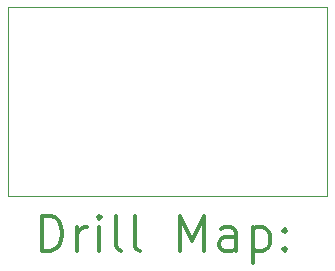
<source format=gbr>
%FSLAX45Y45*%
G04 Gerber Fmt 4.5, Leading zero omitted, Abs format (unit mm)*
G04 Created by KiCad (PCBNEW (5.1.7)-1) date 2022-11-01 20:21:28*
%MOMM*%
%LPD*%
G01*
G04 APERTURE LIST*
%TA.AperFunction,Profile*%
%ADD10C,0.050000*%
%TD*%
%ADD11C,0.200000*%
%ADD12C,0.300000*%
G04 APERTURE END LIST*
D10*
X13000000Y-8300000D02*
X13000000Y-6700000D01*
X15700000Y-8300000D02*
X13000000Y-8300000D01*
X15700000Y-6700000D02*
X15700000Y-8300000D01*
X13000000Y-6700000D02*
X15700000Y-6700000D01*
D11*
D12*
X13283928Y-8768214D02*
X13283928Y-8468214D01*
X13355357Y-8468214D01*
X13398214Y-8482500D01*
X13426786Y-8511072D01*
X13441071Y-8539643D01*
X13455357Y-8596786D01*
X13455357Y-8639643D01*
X13441071Y-8696786D01*
X13426786Y-8725357D01*
X13398214Y-8753929D01*
X13355357Y-8768214D01*
X13283928Y-8768214D01*
X13583928Y-8768214D02*
X13583928Y-8568214D01*
X13583928Y-8625357D02*
X13598214Y-8596786D01*
X13612500Y-8582500D01*
X13641071Y-8568214D01*
X13669643Y-8568214D01*
X13769643Y-8768214D02*
X13769643Y-8568214D01*
X13769643Y-8468214D02*
X13755357Y-8482500D01*
X13769643Y-8496786D01*
X13783928Y-8482500D01*
X13769643Y-8468214D01*
X13769643Y-8496786D01*
X13955357Y-8768214D02*
X13926786Y-8753929D01*
X13912500Y-8725357D01*
X13912500Y-8468214D01*
X14112500Y-8768214D02*
X14083928Y-8753929D01*
X14069643Y-8725357D01*
X14069643Y-8468214D01*
X14455357Y-8768214D02*
X14455357Y-8468214D01*
X14555357Y-8682500D01*
X14655357Y-8468214D01*
X14655357Y-8768214D01*
X14926786Y-8768214D02*
X14926786Y-8611072D01*
X14912500Y-8582500D01*
X14883928Y-8568214D01*
X14826786Y-8568214D01*
X14798214Y-8582500D01*
X14926786Y-8753929D02*
X14898214Y-8768214D01*
X14826786Y-8768214D01*
X14798214Y-8753929D01*
X14783928Y-8725357D01*
X14783928Y-8696786D01*
X14798214Y-8668214D01*
X14826786Y-8653929D01*
X14898214Y-8653929D01*
X14926786Y-8639643D01*
X15069643Y-8568214D02*
X15069643Y-8868214D01*
X15069643Y-8582500D02*
X15098214Y-8568214D01*
X15155357Y-8568214D01*
X15183928Y-8582500D01*
X15198214Y-8596786D01*
X15212500Y-8625357D01*
X15212500Y-8711072D01*
X15198214Y-8739643D01*
X15183928Y-8753929D01*
X15155357Y-8768214D01*
X15098214Y-8768214D01*
X15069643Y-8753929D01*
X15341071Y-8739643D02*
X15355357Y-8753929D01*
X15341071Y-8768214D01*
X15326786Y-8753929D01*
X15341071Y-8739643D01*
X15341071Y-8768214D01*
X15341071Y-8582500D02*
X15355357Y-8596786D01*
X15341071Y-8611072D01*
X15326786Y-8596786D01*
X15341071Y-8582500D01*
X15341071Y-8611072D01*
M02*

</source>
